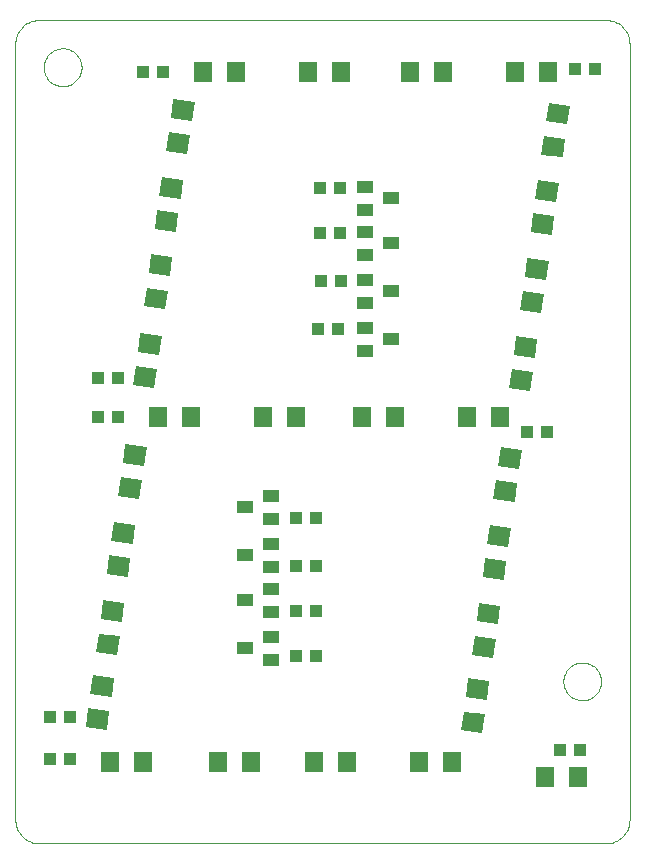
<source format=gtp>
G75*
G70*
%OFA0B0*%
%FSLAX24Y24*%
%IPPOS*%
%LPD*%
%AMOC8*
5,1,8,0,0,1.08239X$1,22.5*
%
%ADD10C,0.0000*%
%ADD11R,0.0630X0.0710*%
%ADD12R,0.0394X0.0433*%
%ADD13R,0.0551X0.0394*%
D10*
X000150Y001058D02*
X000150Y026922D01*
X000152Y026976D01*
X000157Y027029D01*
X000166Y027082D01*
X000179Y027134D01*
X000195Y027186D01*
X000215Y027236D01*
X000238Y027284D01*
X000265Y027331D01*
X000294Y027376D01*
X000327Y027419D01*
X000362Y027459D01*
X000400Y027497D01*
X000440Y027532D01*
X000483Y027565D01*
X000528Y027594D01*
X000575Y027621D01*
X000623Y027644D01*
X000673Y027664D01*
X000725Y027680D01*
X000777Y027693D01*
X000830Y027702D01*
X000883Y027707D01*
X000937Y027709D01*
X019835Y027709D01*
X019889Y027707D01*
X019942Y027702D01*
X019995Y027693D01*
X020047Y027680D01*
X020099Y027664D01*
X020149Y027644D01*
X020197Y027621D01*
X020244Y027594D01*
X020289Y027565D01*
X020332Y027532D01*
X020372Y027497D01*
X020410Y027459D01*
X020445Y027419D01*
X020478Y027376D01*
X020507Y027331D01*
X020534Y027284D01*
X020557Y027236D01*
X020577Y027186D01*
X020593Y027134D01*
X020606Y027082D01*
X020615Y027029D01*
X020620Y026976D01*
X020622Y026922D01*
X020622Y001058D01*
X020620Y001004D01*
X020615Y000950D01*
X020605Y000896D01*
X020593Y000844D01*
X020576Y000792D01*
X020556Y000741D01*
X020533Y000692D01*
X020506Y000645D01*
X020476Y000600D01*
X020444Y000556D01*
X020408Y000515D01*
X020370Y000477D01*
X020329Y000441D01*
X020285Y000409D01*
X020240Y000379D01*
X020193Y000352D01*
X020144Y000329D01*
X020093Y000309D01*
X020041Y000292D01*
X019989Y000280D01*
X019935Y000270D01*
X019881Y000265D01*
X019827Y000263D01*
X000945Y000263D01*
X000891Y000265D01*
X000837Y000270D01*
X000783Y000280D01*
X000731Y000292D01*
X000679Y000309D01*
X000628Y000329D01*
X000579Y000352D01*
X000532Y000379D01*
X000487Y000409D01*
X000443Y000441D01*
X000402Y000477D01*
X000364Y000515D01*
X000328Y000556D01*
X000296Y000600D01*
X000266Y000645D01*
X000239Y000692D01*
X000216Y000741D01*
X000196Y000792D01*
X000179Y000844D01*
X000167Y000896D01*
X000157Y000950D01*
X000152Y001004D01*
X000150Y001058D01*
X001095Y026134D02*
X001097Y026184D01*
X001103Y026234D01*
X001113Y026283D01*
X001127Y026331D01*
X001144Y026378D01*
X001165Y026423D01*
X001190Y026467D01*
X001218Y026508D01*
X001250Y026547D01*
X001284Y026584D01*
X001321Y026618D01*
X001361Y026648D01*
X001403Y026675D01*
X001447Y026699D01*
X001493Y026720D01*
X001540Y026736D01*
X001588Y026749D01*
X001638Y026758D01*
X001687Y026763D01*
X001738Y026764D01*
X001788Y026761D01*
X001837Y026754D01*
X001886Y026743D01*
X001934Y026728D01*
X001980Y026710D01*
X002025Y026688D01*
X002068Y026662D01*
X002109Y026633D01*
X002148Y026601D01*
X002184Y026566D01*
X002216Y026528D01*
X002246Y026488D01*
X002273Y026445D01*
X002296Y026401D01*
X002315Y026355D01*
X002331Y026307D01*
X002343Y026258D01*
X002351Y026209D01*
X002355Y026159D01*
X002355Y026109D01*
X002351Y026059D01*
X002343Y026010D01*
X002331Y025961D01*
X002315Y025913D01*
X002296Y025867D01*
X002273Y025823D01*
X002246Y025780D01*
X002216Y025740D01*
X002184Y025702D01*
X002148Y025667D01*
X002109Y025635D01*
X002068Y025606D01*
X002025Y025580D01*
X001980Y025558D01*
X001934Y025540D01*
X001886Y025525D01*
X001837Y025514D01*
X001788Y025507D01*
X001738Y025504D01*
X001687Y025505D01*
X001638Y025510D01*
X001588Y025519D01*
X001540Y025532D01*
X001493Y025548D01*
X001447Y025569D01*
X001403Y025593D01*
X001361Y025620D01*
X001321Y025650D01*
X001284Y025684D01*
X001250Y025721D01*
X001218Y025760D01*
X001190Y025801D01*
X001165Y025845D01*
X001144Y025890D01*
X001127Y025937D01*
X001113Y025985D01*
X001103Y026034D01*
X001097Y026084D01*
X001095Y026134D01*
X018418Y005662D02*
X018420Y005712D01*
X018426Y005762D01*
X018436Y005811D01*
X018450Y005859D01*
X018467Y005906D01*
X018488Y005951D01*
X018513Y005995D01*
X018541Y006036D01*
X018573Y006075D01*
X018607Y006112D01*
X018644Y006146D01*
X018684Y006176D01*
X018726Y006203D01*
X018770Y006227D01*
X018816Y006248D01*
X018863Y006264D01*
X018911Y006277D01*
X018961Y006286D01*
X019010Y006291D01*
X019061Y006292D01*
X019111Y006289D01*
X019160Y006282D01*
X019209Y006271D01*
X019257Y006256D01*
X019303Y006238D01*
X019348Y006216D01*
X019391Y006190D01*
X019432Y006161D01*
X019471Y006129D01*
X019507Y006094D01*
X019539Y006056D01*
X019569Y006016D01*
X019596Y005973D01*
X019619Y005929D01*
X019638Y005883D01*
X019654Y005835D01*
X019666Y005786D01*
X019674Y005737D01*
X019678Y005687D01*
X019678Y005637D01*
X019674Y005587D01*
X019666Y005538D01*
X019654Y005489D01*
X019638Y005441D01*
X019619Y005395D01*
X019596Y005351D01*
X019569Y005308D01*
X019539Y005268D01*
X019507Y005230D01*
X019471Y005195D01*
X019432Y005163D01*
X019391Y005134D01*
X019348Y005108D01*
X019303Y005086D01*
X019257Y005068D01*
X019209Y005053D01*
X019160Y005042D01*
X019111Y005035D01*
X019061Y005032D01*
X019010Y005033D01*
X018961Y005038D01*
X018911Y005047D01*
X018863Y005060D01*
X018816Y005076D01*
X018770Y005097D01*
X018726Y005121D01*
X018684Y005148D01*
X018644Y005178D01*
X018607Y005212D01*
X018573Y005249D01*
X018541Y005288D01*
X018513Y005329D01*
X018488Y005373D01*
X018467Y005418D01*
X018450Y005465D01*
X018436Y005513D01*
X018426Y005562D01*
X018420Y005612D01*
X018418Y005662D01*
D11*
X018910Y002463D03*
X017790Y002463D03*
G36*
X015007Y004036D02*
X015095Y004659D01*
X015797Y004560D01*
X015709Y003937D01*
X015007Y004036D01*
G37*
X014710Y002963D03*
X013590Y002963D03*
G36*
X015163Y005145D02*
X015251Y005768D01*
X015953Y005669D01*
X015865Y005046D01*
X015163Y005145D01*
G37*
G36*
X015367Y006556D02*
X015455Y007179D01*
X016157Y007080D01*
X016069Y006457D01*
X015367Y006556D01*
G37*
G36*
X015523Y007665D02*
X015611Y008288D01*
X016313Y008189D01*
X016225Y007566D01*
X015523Y007665D01*
G37*
G36*
X015727Y009146D02*
X015815Y009769D01*
X016517Y009670D01*
X016429Y009047D01*
X015727Y009146D01*
G37*
G36*
X015883Y010255D02*
X015971Y010878D01*
X016673Y010779D01*
X016585Y010156D01*
X015883Y010255D01*
G37*
G36*
X016087Y011746D02*
X016175Y012369D01*
X016877Y012270D01*
X016789Y011647D01*
X016087Y011746D01*
G37*
G36*
X016243Y012855D02*
X016331Y013478D01*
X017033Y013379D01*
X016945Y012756D01*
X016243Y012855D01*
G37*
X016310Y014463D03*
X015190Y014463D03*
G36*
X016607Y015446D02*
X016695Y016069D01*
X017397Y015970D01*
X017309Y015347D01*
X016607Y015446D01*
G37*
G36*
X016763Y016555D02*
X016851Y017178D01*
X017553Y017079D01*
X017465Y016456D01*
X016763Y016555D01*
G37*
G36*
X016977Y018046D02*
X017065Y018669D01*
X017767Y018570D01*
X017679Y017947D01*
X016977Y018046D01*
G37*
G36*
X017133Y019155D02*
X017221Y019778D01*
X017923Y019679D01*
X017835Y019056D01*
X017133Y019155D01*
G37*
G36*
X017327Y020646D02*
X017415Y021269D01*
X018117Y021170D01*
X018029Y020547D01*
X017327Y020646D01*
G37*
G36*
X017483Y021755D02*
X017571Y022378D01*
X018273Y022279D01*
X018185Y021656D01*
X017483Y021755D01*
G37*
G36*
X017687Y023226D02*
X017775Y023849D01*
X018477Y023750D01*
X018389Y023127D01*
X017687Y023226D01*
G37*
G36*
X017843Y024335D02*
X017931Y024958D01*
X018633Y024859D01*
X018545Y024236D01*
X017843Y024335D01*
G37*
X017910Y025963D03*
X016790Y025963D03*
X014410Y025963D03*
X013290Y025963D03*
X011010Y025963D03*
X009890Y025963D03*
X007510Y025963D03*
X006390Y025963D03*
G36*
X006123Y024979D02*
X006035Y024356D01*
X005333Y024455D01*
X005421Y025078D01*
X006123Y024979D01*
G37*
G36*
X005967Y023870D02*
X005879Y023247D01*
X005177Y023346D01*
X005265Y023969D01*
X005967Y023870D01*
G37*
G36*
X005743Y022379D02*
X005655Y021756D01*
X004953Y021855D01*
X005041Y022478D01*
X005743Y022379D01*
G37*
G36*
X005587Y021270D02*
X005499Y020647D01*
X004797Y020746D01*
X004885Y021369D01*
X005587Y021270D01*
G37*
G36*
X005383Y019799D02*
X005295Y019176D01*
X004593Y019275D01*
X004681Y019898D01*
X005383Y019799D01*
G37*
G36*
X005227Y018690D02*
X005139Y018067D01*
X004437Y018166D01*
X004525Y018789D01*
X005227Y018690D01*
G37*
G36*
X005023Y017179D02*
X004935Y016556D01*
X004233Y016655D01*
X004321Y017278D01*
X005023Y017179D01*
G37*
G36*
X004867Y016070D02*
X004779Y015447D01*
X004077Y015546D01*
X004165Y016169D01*
X004867Y016070D01*
G37*
X004890Y014463D03*
G36*
X004523Y013479D02*
X004435Y012856D01*
X003733Y012955D01*
X003821Y013578D01*
X004523Y013479D01*
G37*
G36*
X004367Y012370D02*
X004279Y011747D01*
X003577Y011846D01*
X003665Y012469D01*
X004367Y012370D01*
G37*
G36*
X004143Y010879D02*
X004055Y010256D01*
X003353Y010355D01*
X003441Y010978D01*
X004143Y010879D01*
G37*
G36*
X003987Y009770D02*
X003899Y009147D01*
X003197Y009246D01*
X003285Y009869D01*
X003987Y009770D01*
G37*
G36*
X003783Y008269D02*
X003695Y007646D01*
X002993Y007745D01*
X003081Y008368D01*
X003783Y008269D01*
G37*
G36*
X003627Y007160D02*
X003539Y006537D01*
X002837Y006636D01*
X002925Y007259D01*
X003627Y007160D01*
G37*
G36*
X003443Y005779D02*
X003355Y005156D01*
X002653Y005255D01*
X002741Y005878D01*
X003443Y005779D01*
G37*
G36*
X003287Y004670D02*
X003199Y004047D01*
X002497Y004146D01*
X002585Y004769D01*
X003287Y004670D01*
G37*
X003290Y002963D03*
X004410Y002963D03*
X006890Y002963D03*
X008010Y002963D03*
X010100Y002963D03*
X011220Y002963D03*
X011690Y014463D03*
X012810Y014463D03*
X009510Y014463D03*
X008390Y014463D03*
X006010Y014463D03*
D12*
X003585Y014463D03*
X002915Y014463D03*
X002915Y015763D03*
X003585Y015763D03*
X009495Y011113D03*
X010165Y011113D03*
X010165Y009503D03*
X009495Y009503D03*
X009505Y008003D03*
X010175Y008003D03*
X010175Y006503D03*
X009505Y006503D03*
X001985Y004463D03*
X001315Y004463D03*
X001315Y003063D03*
X001985Y003063D03*
X010235Y017413D03*
X010905Y017413D03*
X011005Y019013D03*
X010335Y019013D03*
X010305Y020613D03*
X010975Y020613D03*
X010975Y022113D03*
X010305Y022113D03*
X005085Y025963D03*
X004415Y025963D03*
X017215Y013963D03*
X017885Y013963D03*
X018315Y003363D03*
X018985Y003363D03*
X018815Y026063D03*
X019485Y026063D03*
D13*
X012683Y021763D03*
X011817Y022137D03*
X011817Y021389D03*
X011817Y020637D03*
X011817Y019889D03*
X011817Y019037D03*
X011817Y018289D03*
X011817Y017437D03*
X011817Y016689D03*
X012683Y017063D03*
X012683Y018663D03*
X012683Y020263D03*
X008683Y011837D03*
X008683Y011089D03*
X008683Y010237D03*
X008683Y009489D03*
X008683Y008737D03*
X008683Y007989D03*
X008683Y007137D03*
X008683Y006389D03*
X007817Y006763D03*
X007817Y008363D03*
X007817Y009863D03*
X007817Y011463D03*
M02*

</source>
